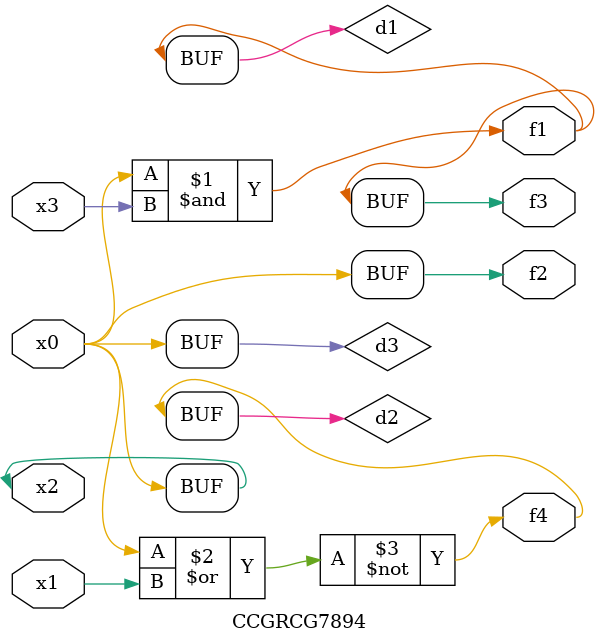
<source format=v>
module CCGRCG7894(
	input x0, x1, x2, x3,
	output f1, f2, f3, f4
);

	wire d1, d2, d3;

	and (d1, x2, x3);
	nor (d2, x0, x1);
	buf (d3, x0, x2);
	assign f1 = d1;
	assign f2 = d3;
	assign f3 = d1;
	assign f4 = d2;
endmodule

</source>
